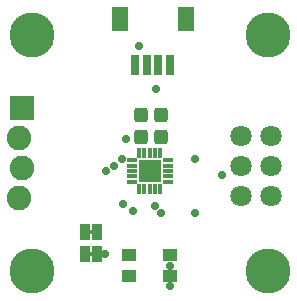
<source format=gbs>
G04 Layer_Color=16711935*
%FSLAX44Y44*%
%MOMM*%
G71*
G01*
G75*
%ADD32R,0.8382X1.4732*%
%ADD33R,1.2192X1.0668*%
G04:AMPARAMS|DCode=36|XSize=1.2032mm|YSize=1.1032mm|CornerRadius=0.2141mm|HoleSize=0mm|Usage=FLASHONLY|Rotation=90.000|XOffset=0mm|YOffset=0mm|HoleType=Round|Shape=RoundedRectangle|*
%AMROUNDEDRECTD36*
21,1,1.2032,0.6750,0,0,90.0*
21,1,0.7750,1.1032,0,0,90.0*
1,1,0.4282,0.3375,0.3875*
1,1,0.4282,0.3375,-0.3875*
1,1,0.4282,-0.3375,-0.3875*
1,1,0.4282,-0.3375,0.3875*
%
%ADD36ROUNDEDRECTD36*%
%ADD38C,3.8032*%
%ADD39R,2.0828X2.0828*%
%ADD40C,2.0828*%
%ADD41C,0.7032*%
%ADD42R,0.5000X0.4000*%
%ADD43R,0.8032X1.7532*%
%ADD44R,1.4032X2.0032*%
%ADD45R,1.9032X1.9032*%
%ADD46O,0.4032X0.9532*%
%ADD47O,0.9532X0.4032*%
%ADD48C,1.8032*%
D32*
X-55080Y-85000D02*
D03*
X-44920D02*
D03*
X-55080Y-67000D02*
D03*
X-44920D02*
D03*
D33*
X-17526Y-103750D02*
D03*
X17500D02*
D03*
X-17526Y-86110D02*
D03*
X17500D02*
D03*
D36*
X-7000Y14000D02*
D03*
X10000D02*
D03*
X10000Y32000D02*
D03*
X-7000D02*
D03*
D38*
X-100000Y-100000D02*
D03*
X100000D02*
D03*
Y100000D02*
D03*
X-100000D02*
D03*
D39*
X-107730Y38000D02*
D03*
D40*
X-110270Y12600D02*
D03*
X-107730Y-12800D02*
D03*
X-110270Y-38200D02*
D03*
D41*
X-22812Y-42991D02*
D03*
X-13748Y-49054D02*
D03*
X-29750Y-10500D02*
D03*
X-36608Y-15104D02*
D03*
X17500Y-112554D02*
D03*
X61182Y-18574D02*
D03*
X-20357Y11652D02*
D03*
X-23146Y-4604D02*
D03*
X17500Y-95282D02*
D03*
X38000Y-5000D02*
D03*
Y-51000D02*
D03*
X4500Y-44326D02*
D03*
X10000Y-51000D02*
D03*
X5000Y54000D02*
D03*
X0Y-15000D02*
D03*
X-9000Y91000D02*
D03*
X-38000Y-85000D02*
D03*
D42*
X-50500Y-85000D02*
D03*
Y-67000D02*
D03*
D43*
X17500Y75000D02*
D03*
X7500D02*
D03*
X-2500D02*
D03*
X-12500D02*
D03*
D44*
X30500Y114000D02*
D03*
X-25500D02*
D03*
D45*
X0Y-15000D02*
D03*
D46*
X-9000Y-30250D02*
D03*
X-4500D02*
D03*
X0D02*
D03*
X4500D02*
D03*
X9000D02*
D03*
Y250D02*
D03*
X4500D02*
D03*
X0D02*
D03*
X-4500D02*
D03*
X-9000D02*
D03*
D47*
X15250Y-24000D02*
D03*
Y-19500D02*
D03*
Y-15000D02*
D03*
Y-10500D02*
D03*
Y-6000D02*
D03*
X-15250D02*
D03*
Y-10500D02*
D03*
Y-15000D02*
D03*
Y-19500D02*
D03*
Y-24000D02*
D03*
D48*
X103000Y15000D02*
D03*
X77600D02*
D03*
X103000Y-10400D02*
D03*
X77600D02*
D03*
X103000Y-35800D02*
D03*
X77600D02*
D03*
M02*

</source>
